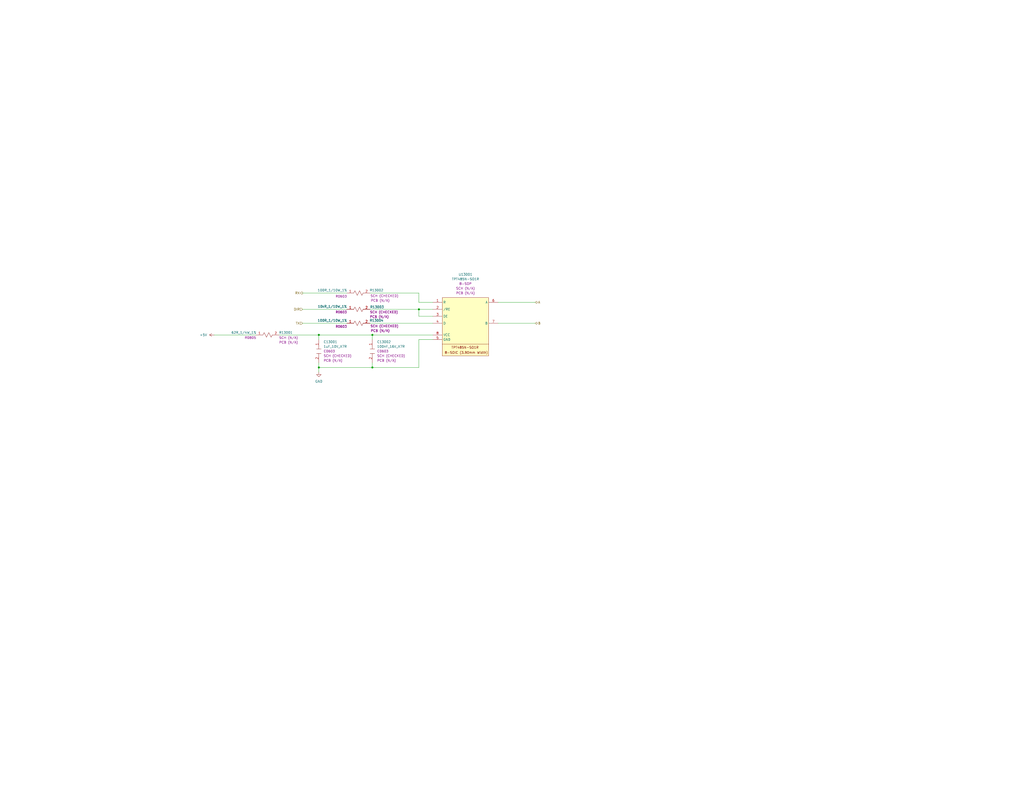
<source format=kicad_sch>
(kicad_sch (version 20231120) (generator "eeschema") (generator_version "8.0")
  (paper "C")
  (lib_symbols
    (symbol "_SCHLIB_Mini-Scoreboard:CAP_CER_100nF_16V_X7R_C0603"
      (property "Reference" "C" (at 3.302 4.318 0))
      (property "Value" "100nF_16V_X7R" (at 3.302 6.858 0))
      (property "Package" "C0603" (at 3.556 36.576 0))
      (property "SCH CHECK" "SCH (CHECKED)" (at 3.556 31.242 0))
      (property "PCB CHECK" "PCB (N/A)" (at 3.556 33.782 0))
      (symbol "CAP_CER_100nF_16V_X7R_C0603_0_0"
        (polyline (pts (xy 5.08 1.27) (xy 5.08 -1.27)))
        (polyline (pts (xy 7.62 1.27) (xy 7.62 -1.27)))
      )
      (symbol "CAP_CER_100nF_16V_X7R_C0603_1_1"
        (pin passive line (at 0 0 0) (length 5.08) (name "") (number "1"))
        (pin passive line (at 12.7 0 180) (length 5.08) (name "") (number "2"))
      )
    )
    (symbol "_SCHLIB_Mini-Scoreboard:CAP_CER_1uF_10V_X7R_C0603"
      (property "Reference" "C" (at 3.556 4.064 0))
      (property "Value" "1uF_10V_X7R" (at 3.81 6.604 0))
      (property "Package" "C0603" (at 3.81 35.306 0))
      (property "SCH CHECK" "SCH (CHECKED)" (at 3.81 29.972 0))
      (property "PCB CHECK" "PCB (N/A)" (at 3.81 32.512 0))
      (symbol "CAP_CER_1uF_10V_X7R_C0603_0_0"
        (polyline (pts (xy 5.08 1.27) (xy 5.08 -1.27)))
        (polyline (pts (xy 7.62 1.27) (xy 7.62 -1.27)))
      )
      (symbol "CAP_CER_1uF_10V_X7R_C0603_1_1"
        (pin passive line (at 0 0 0) (length 5.08) (name "") (number "1"))
        (pin passive line (at 12.7 0 180) (length 5.08) (name "") (number "2"))
      )
    )
    (symbol "_SCHLIB_Mini-Scoreboard:IC_TRANSCEIVER_TPT485N-SO1R_RS485_HALF-DUPLEX_3~5V_8-SOIC"
      (property "Reference" "U" (at 3.556 4.064 0))
      (property "Value" "TPT485N-SO1R" (at 3.81 6.604 0))
      (property "Package" "8-SOP" (at 3.81 35.306 0))
      (property "SCH CHECK" "SCH (N/A)" (at 3.81 29.972 0))
      (property "PCB CHECK" "PCB (N/A)" (at 3.81 32.512 0))
      (symbol "IC_TRANSCEIVER_TPT485N-SO1R_RS485_HALF-DUPLEX_3~5V_8-SOIC_1_1"
        (polyline (pts (xy 0 -25.4) (xy 25.4 -25.4)))
        (rectangle (start 0 0) (end 25.4 -31.75) (fill (type background)))
        (text "8-SOIC (3.90mm Width)" (at 13.208 -29.972 0) (effects (font (size 1.27 1.27))))
        (text "TPT485N-SO1R" (at 12.446 -27.178 0) (effects (font (size 1.27 1.27))))
        (pin passive line (at -5.08 -2.54 0) (length 5.08) (name "R") (number "1"))
        (pin passive line (at -5.08 -6.35 0) (length 5.08) (name "/RE") (number "2"))
        (pin passive line (at -5.08 -10.16 0) (length 5.08) (name "DE") (number "3"))
        (pin passive line (at -5.08 -13.97 0) (length 5.08) (name "D") (number "4"))
        (pin passive line (at -5.08 -22.86 0) (length 5.08) (name "GND") (number "5"))
        (pin passive line (at 30.48 -2.54 180) (length 5.08) (name "A") (number "6"))
        (pin passive line (at 30.48 -13.97 180) (length 5.08) (name "B") (number "7"))
        (pin passive line (at -5.08 -20.32 0) (length 5.08) (name "VCC") (number "8"))
      )
    )
    (symbol "_SCHLIB_Mini-Scoreboard:RES_100R_1/10W_1%_R0603"
      (property "Reference" "R" (at 3.556 4.064 0))
      (property "Value" "100R_1/10W_1%" (at 3.556 6.604 0))
      (property "Package" "R0603" (at 3.81 35.306 0))
      (property "SCH CHECK" "SCH (CHECKED)" (at 3.81 29.972 0))
      (property "PCB CHECK" "PCB (N/A)" (at 3.81 32.512 0))
      (symbol "RES_100R_1/10W_1%_R0603_0_0"
        (polyline (pts (xy 3.81 0) (xy 4.445 1.27) (xy 5.715 -1.27) (xy 6.985 1.27) (xy 8.255 -1.27) (xy 8.89 0)))
      )
      (symbol "RES_100R_1/10W_1%_R0603_1_1"
        (pin passive line (at 0 0 0) (length 3.81) (name "") (number "1"))
        (pin passive line (at 12.7 0 180) (length 3.81) (name "") (number "2"))
      )
    )
    (symbol "_SCHLIB_Mini-Scoreboard:RES_10kR_1/10W_1%_R0603"
      (property "Reference" "R" (at 3.302 4.572 0))
      (property "Value" "10kR_1/10W_1%" (at 3.302 6.858 0))
      (property "Package" "R0603" (at 3.302 31.242 0))
      (property "SCH CHECK" "SCH (CHECKED)" (at 3.302 26.67 0))
      (property "PCB CHECK" "PCB (N/A)" (at 3.302 28.956 0))
      (symbol "RES_10kR_1/10W_1%_R0603_0_0"
        (polyline (pts (xy 3.81 0) (xy 4.445 1.27) (xy 5.715 -1.27) (xy 6.985 1.27) (xy 8.255 -1.27) (xy 8.89 0)))
      )
      (symbol "RES_10kR_1/10W_1%_R0603_1_1"
        (pin passive line (at 0 0 0) (length 3.81) (name "") (number "1"))
        (pin passive line (at 12.7 0 180) (length 3.81) (name "") (number "2"))
      )
    )
    (symbol "_SCHLIB_Mini-Scoreboard:RES_62R_1/4W_1%_R0805"
      (property "Reference" "R" (at 3.556 4.064 0))
      (property "Value" "62R_1/4W_1%" (at 3.81 6.604 0))
      (property "Package" "R0805" (at 3.81 35.306 0))
      (property "SCH CHECK" "SCH (N/A)" (at 3.81 29.972 0))
      (property "PCB CHECK" "PCB (N/A)" (at 3.81 32.512 0))
      (symbol "RES_62R_1/4W_1%_R0805_0_0"
        (polyline (pts (xy 3.81 0) (xy 4.445 1.27) (xy 5.715 -1.27) (xy 6.985 1.27) (xy 8.255 -1.27) (xy 8.89 0)))
      )
      (symbol "RES_62R_1/4W_1%_R0805_1_1"
        (pin passive line (at 0 0 0) (length 3.81) (name "") (number "1"))
        (pin passive line (at 12.7 0 180) (length 3.81) (name "") (number "2"))
      )
    )
    (symbol "power:+5V" (power) (pin_numbers hide) (pin_names (offset 0) hide)
      (property "Value" "+5V" (at 0 3.556 0))
      (symbol "+5V_0_1"
        (polyline (pts (xy -0.762 1.27) (xy 0 2.54)))
        (polyline (pts (xy 0 0) (xy 0 2.54)))
        (polyline (pts (xy 0 2.54) (xy 0.762 1.27)))
      )
      (symbol "+5V_1_1"
        (pin power_in line (at 0 0 90) (length 0) (name "~") (number "1"))
      )
    )
    (symbol "power:GND" (power) (pin_numbers hide) (pin_names (offset 0) hide)
      (property "Value" "GND" (at 0 -3.81 0))
      (symbol "GND_0_1"
        (polyline (pts (xy 0 0) (xy 0 -1.27) (xy 1.27 -1.27) (xy 0 -2.54) (xy -1.27 -1.27) (xy 0 -1.27)))
      )
      (symbol "GND_1_1"
        (pin power_in line (at 0 0 270) (length 0) (name "~") (number "1"))
      )
    )
  )
  (junction (at 203.2 182.88))
  (junction (at 228.6 168.91))
  (junction (at 173.99 182.88))
  (junction (at 203.2 200.66))
  (junction (at 173.99 200.66))
  (wire (pts (xy 228.6 185.42) (xy 228.6 200.66)))
  (wire (pts (xy 173.99 182.88) (xy 203.2 182.88)))
  (wire (pts (xy 152.4 182.88) (xy 173.99 182.88)))
  (wire (pts (xy 173.99 200.66) (xy 203.2 200.66)))
  (wire (pts (xy 236.22 185.42) (xy 228.6 185.42)))
  (wire (pts (xy 236.22 168.91) (xy 228.6 168.91)))
  (wire (pts (xy 228.6 172.72) (xy 236.22 172.72)))
  (wire (pts (xy 228.6 165.1) (xy 236.22 165.1)))
  (wire (pts (xy 173.99 198.12) (xy 173.99 200.66)))
  (wire (pts (xy 116.84 182.88) (xy 139.7 182.88)))
  (wire (pts (xy 228.6 160.02) (xy 228.6 165.1)))
  (wire (pts (xy 165.1 160.02) (xy 189.23 160.02)))
  (wire (pts (xy 173.99 200.66) (xy 173.99 203.2)))
  (wire (pts (xy 228.6 200.66) (xy 203.2 200.66)))
  (wire (pts (xy 292.1 176.53) (xy 271.78 176.53)))
  (wire (pts (xy 165.1 176.53) (xy 189.23 176.53)))
  (wire (pts (xy 203.2 182.88) (xy 203.2 185.42)))
  (wire (pts (xy 292.1 165.1) (xy 271.78 165.1)))
  (wire (pts (xy 201.93 160.02) (xy 228.6 160.02)))
  (wire (pts (xy 228.6 168.91) (xy 228.6 172.72)))
  (wire (pts (xy 201.93 168.91) (xy 228.6 168.91)))
  (wire (pts (xy 236.22 182.88) (xy 203.2 182.88)))
  (wire (pts (xy 173.99 182.88) (xy 173.99 185.42)))
  (wire (pts (xy 203.2 198.12) (xy 203.2 200.66)))
  (wire (pts (xy 201.93 176.53) (xy 236.22 176.53)))
  (wire (pts (xy 165.1 168.91) (xy 189.23 168.91)))
  (hierarchical_label "A" (shape bidirectional) (at 292.1 165.1 0))
  (hierarchical_label "DIR" (shape input) (at 165.1 168.91 180))
  (hierarchical_label "TX" (shape input) (at 165.1 176.53 180))
  (hierarchical_label "B" (shape bidirectional) (at 292.1 176.53 0))
  (hierarchical_label "RX" (shape output) (at 165.1 160.02 180))
  (symbol (lib_id "_SCHLIB_Mini-Scoreboard:RES_100R_1/10W_1%_R0603") (at 189.23 176.53 0) (unit 1)
    (property "Reference" "R13004" (at 205.486 175.006 0))
    (property "Value" "100R_1/10W_1%" (at 181.356 175.006 0))
    (property "Footprint" "Resistor_SMD:R_0603_1608Metric" (effects (hide yes)))
    (property "Datasheet" "https://www.seielect.com/catalog/sei-rmcf_rmcp.pdf" (effects (hide yes)))
    (property "Description" "100 Ohms ±1% 0.1W, 1/10W Chip Resistor 0603 (1608 Metric) Automotive AEC-Q200 Thick Film" (effects (hide yes)))
    (property "Package" "R0603" (at 186.182 178.308 0))
    (property "Part Number (Manufacturer)" "RMCF0603FT100R" (effects (hide yes)))
    (property "Manufacturer" "Stackpole Electronics Inc" (effects (hide yes)))
    (property "Part Number (Vendor)" "RMCF0603FT100RTR-ND" (effects (hide yes)))
    (property "Vendor" "Digikey" (effects (hide yes)))
    (property "Purchase Link" "https://www.digikey.ca/en/products/detail/stackpole-electronics-inc/RMCF0603FT100R/1761113" (effects (hide yes)))
    (property "SCH CHECK" "SCH (CHECKED)" (at 209.804 178.054 0))
    (property "PCB CHECK" "PCB (N/A)" (at 207.518 180.594 0))
    (instances (project "_HW_Mini-Scoreboard" (path "" (reference "R13004") (unit 1)) (path "" (reference "R21304") (unit 1)) (path "" (reference "R13104") (unit 1)) (path "" (reference "R18004") (unit 1)) (path "" (reference "R16204") (unit 1))))
  )
  (symbol (lib_id "_SCHLIB_Mini-Scoreboard:CAP_CER_100nF_16V_X7R_C0603") (at 203.2 185.42 270) (unit 1)
    (property "Reference" "C13002" (at 205.74 186.6899 90) (effects (justify left)))
    (property "Value" "100nF_16V_X7R" (at 205.74 189.2299 90) (effects (justify left)))
    (property "Footprint" "Capacitor_SMD:C_0603_1608Metric" (effects (hide yes)))
    (property "Datasheet" "https://mm.digikey.com/Volume0/opasdata/d220001/medias/docus/609/CL10B104KO8NNNC_Spec.pdf" (effects (hide yes)))
    (property "Description" "0.1 µF ±10% 16V Ceramic Capacitor X7R 0603 (1608 Metric)" (effects (hide yes)))
    (property "Package" "C0603" (at 205.74 191.7699 90) (effects (justify left)))
    (property "Part Number (Manufacturer)" "CL10B104KO8NNNC" (effects (hide yes)))
    (property "Manufacturer" "Samsung Electro-Mechanics" (effects (hide yes)))
    (property "Part Number (Vendor)" "1276-1005-2-ND" (effects (hide yes)))
    (property "Vendor" "Digikey" (effects (hide yes)))
    (property "Purchase Link" "https://www.digikey.ca/en/products/detail/samsung-electro-mechanics/CL10B104KO8NNNC/3886663" (effects (hide yes)))
    (property "SCH CHECK" "SCH (CHECKED)" (at 205.74 194.3099 90) (effects (justify left)))
    (property "PCB CHECK" "PCB (N/A)" (at 205.74 196.8499 90) (effects (justify left)))
    (instances (project "_HW_Mini-Scoreboard" (path "" (reference "C13002") (unit 1)) (path "" (reference "C21302") (unit 1)) (path "" (reference "C13102") (unit 1)) (path "" (reference "C18002") (unit 1)) (path "" (reference "C16202") (unit 1))))
  )
  (symbol (lib_id "_SCHLIB_Mini-Scoreboard:RES_10kR_1/10W_1%_R0603") (at 189.23 168.91 0) (unit 1)
    (property "Reference" "R13003" (at 205.74 167.64 0))
    (property "Value" "10kR_1/10W_1%" (at 181.356 167.386 0))
    (property "Footprint" "Resistor_SMD:R_0603_1608Metric" (effects (hide yes)))
    (property "Datasheet" "https://www.seielect.com/catalog/sei-rmcf_rmcp.pdf" (effects (hide yes)))
    (property "Description" "10 kOhms ±1% 0.1W, 1/10W Chip Resistor 0603 (1608 Metric) Automotive AEC-Q200 Thick Film" (effects (hide yes)))
    (property "Package" "R0603" (at 186.182 170.434 0))
    (property "Part Number (Manufacturer)" "RMCF0603FT10K0" (effects (hide yes)))
    (property "Manufacturer" "Stackpole Electronics Inc" (effects (hide yes)))
    (property "Part Number (Vendor)" "RMCF0603FT10K0TR-ND" (effects (hide yes)))
    (property "Vendor" "Digikey" (effects (hide yes)))
    (property "Purchase Link" "https://www.digikey.ca/en/products/detail/stackpole-electronics-inc/RMCF0603FT10K0/1761235" (effects (hide yes)))
    (property "SCH CHECK" "SCH (CHECKED)" (at 209.55 170.434 0))
    (property "PCB CHECK" "PCB (N/A)" (at 207.01 172.974 0))
    (instances (project "" (path "" (reference "R13003") (unit 1)) (path "" (reference "R21303") (unit 1)) (path "" (reference "R13103") (unit 1)) (path "" (reference "R18003") (unit 1)) (path "" (reference "R16203") (unit 1))))
  )
  (symbol (lib_id "power:+5V") (at 116.84 182.88 90) (unit 1)
    (property "Reference" "#PWR013001" (effects (hide yes)))
    (property "Value" "+5V" (at 113.03 182.8799 90) (effects (justify left)))
    (property "Description" "Power symbol creates a global label with name \"+5V\"" (effects (hide yes)))
    (instances (project "_HW_Mini-Scoreboard" (path "" (reference "#PWR013001") (unit 1)) (path "" (reference "#PWR021301") (unit 1)) (path "" (reference "#PWR013101") (unit 1)) (path "" (reference "#PWR018001") (unit 1)) (path "" (reference "#PWR016201") (unit 1))))
  )
  (symbol (lib_id "_SCHLIB_Mini-Scoreboard:RES_62R_1/4W_1%_R0805") (at 139.7 182.88 0) (unit 1)
    (property "Reference" "R13001" (at 155.956 181.61 0))
    (property "Value" "62R_1/4W_1%" (at 133.096 181.61 0))
    (property "Footprint" "Resistor_SMD:R_0805_2012Metric" (effects (hide yes)))
    (property "Datasheet" "https://www.koaspeer.com/pdfs/RK73H.pdf" (effects (hide yes)))
    (property "Description" "62 Ohms ±1% 0.25W, 1/4W Chip Resistor 0805 (2012 Metric) Automotive AEC-Q200 Thick Film" (effects (hide yes)))
    (property "Package" "R0805" (at 136.652 184.404 0))
    (property "Part Number (Manufacturer)" "RK73H2ATTD62R0F" (effects (hide yes)))
    (property "Manufacturer" "KOA Speer Electronics, Inc." (effects (hide yes)))
    (property "Part Number (Vendor)" "2019-RK73H2ATTD62R0FTR-ND" (effects (hide yes)))
    (property "Vendor" "Digikey" (effects (hide yes)))
    (property "Purchase Link" "https://www.digikey.ca/en/products/detail/koa-speer-electronics-inc/RK73H2ATTD62R0F/10234567" (effects (hide yes)))
    (property "SCH CHECK" "SCH (N/A)" (at 157.48 184.404 0))
    (property "PCB CHECK" "PCB (N/A)" (at 157.48 186.944 0))
    (instances (project "" (path "" (reference "R13001") (unit 1)) (path "" (reference "R21301") (unit 1)) (path "" (reference "R13101") (unit 1)) (path "" (reference "R18001") (unit 1)) (path "" (reference "R16201") (unit 1))))
  )
  (symbol (lib_id "_SCHLIB_Mini-Scoreboard:CAP_CER_1uF_10V_X7R_C0603") (at 173.99 185.42 270) (unit 1)
    (property "Reference" "C13001" (at 176.53 186.6899 90) (effects (justify left)))
    (property "Value" "1uF_10V_X7R" (at 176.53 189.2299 90) (effects (justify left)))
    (property "Footprint" "Capacitor_SMD:C_0603_1608Metric" (effects (hide yes)))
    (property "Datasheet" "https://mm.digikey.com/Volume0/opasdata/d220001/medias/docus/3584/CL10B105KP8NNNC_Spec.pdf" (effects (hide yes)))
    (property "Description" "1 µF ±10% 10V Ceramic Capacitor X7R 0603 (1608 Metric)" (effects (hide yes)))
    (property "Package" "C0603" (at 176.53 191.7699 90) (effects (justify left)))
    (property "Part Number (Manufacturer)" "CL10B105KP8NNNC" (effects (hide yes)))
    (property "Manufacturer" "Samsung Electro-Mechanics" (effects (hide yes)))
    (property "Part Number (Vendor)" "1276-1946-2-ND" (effects (hide yes)))
    (property "Vendor" "Digikey" (effects (hide yes)))
    (property "Purchase Link" "https://www.digikey.ca/en/products/detail/samsung-electro-mechanics/CL10B105KP8NNNC/3887604" (effects (hide yes)))
    (property "SCH CHECK" "SCH (CHECKED)" (at 176.53 194.3099 90) (effects (justify left)))
    (property "PCB CHECK" "PCB (N/A)" (at 176.53 196.8499 90) (effects (justify left)))
    (instances (project "_HW_Mini-Scoreboard" (path "" (reference "C13001") (unit 1)) (path "" (reference "C21301") (unit 1)) (path "" (reference "C13101") (unit 1)) (path "" (reference "C18001") (unit 1)) (path "" (reference "C16201") (unit 1))))
  )
  (symbol (lib_id "_SCHLIB_Mini-Scoreboard:RES_100R_1/10W_1%_R0603") (at 189.23 160.02 0) (unit 1)
    (property "Reference" "R13002" (at 205.486 158.496 0))
    (property "Value" "100R_1/10W_1%" (at 181.356 158.496 0))
    (property "Footprint" "Resistor_SMD:R_0603_1608Metric" (effects (hide yes)))
    (property "Datasheet" "https://www.seielect.com/catalog/sei-rmcf_rmcp.pdf" (effects (hide yes)))
    (property "Description" "100 Ohms ±1% 0.1W, 1/10W Chip Resistor 0603 (1608 Metric) Automotive AEC-Q200 Thick Film" (effects (hide yes)))
    (property "Package" "R0603" (at 186.182 161.798 0))
    (property "Part Number (Manufacturer)" "RMCF0603FT100R" (effects (hide yes)))
    (property "Manufacturer" "Stackpole Electronics Inc" (effects (hide yes)))
    (property "Part Number (Vendor)" "RMCF0603FT100RTR-ND" (effects (hide yes)))
    (property "Vendor" "Digikey" (effects (hide yes)))
    (property "Purchase Link" "https://www.digikey.ca/en/products/detail/stackpole-electronics-inc/RMCF0603FT100R/1761113" (effects (hide yes)))
    (property "SCH CHECK" "SCH (CHECKED)" (at 209.804 161.544 0))
    (property "PCB CHECK" "PCB (N/A)" (at 207.518 164.084 0))
    (instances (project "" (path "" (reference "R13002") (unit 1)) (path "" (reference "R21302") (unit 1)) (path "" (reference "R13102") (unit 1)) (path "" (reference "R18002") (unit 1)) (path "" (reference "R16202") (unit 1))))
  )
  (symbol (lib_id "power:GND") (at 173.99 203.2 0) (unit 1)
    (property "Reference" "#PWR013002" (effects (hide yes)))
    (property "Value" "GND" (at 173.99 208.28 0))
    (property "Description" "Power symbol creates a global label with name \"GND\" , ground" (effects (hide yes)))
    (instances (project "_HW_Mini-Scoreboard" (path "" (reference "#PWR013002") (unit 1)) (path "" (reference "#PWR021302") (unit 1)) (path "" (reference "#PWR013102") (unit 1)) (path "" (reference "#PWR018002") (unit 1)) (path "" (reference "#PWR016202") (unit 1))))
  )
  (symbol (lib_id "_SCHLIB_Mini-Scoreboard:IC_TRANSCEIVER_TPT485N-SO1R_RS485_HALF-DUPLEX_3~5V_8-SOIC") (at 241.3 162.56 0) (unit 1)
    (property "Reference" "U13001" (at 254 149.86 0))
    (property "Value" "TPT485N-SO1R" (at 254 152.4 0))
    (property "Footprint" "Package_SO:SOIC-8_3.9x4.9mm_P1.27mm" (effects (hide yes)))
    (property "Datasheet" "http://file.3peakic.com.cn:8080/product/Datasheet_TPT485N.pdf" (effects (hide yes)))
    (property "Description" "1/1 Transceiver Half RS485 8-SOP" (effects (hide yes)))
    (property "Package" "8-SOP" (at 254 154.94 0))
    (property "Part Number (Manufacturer)" "TPT485N-SO1R" (effects (hide yes)))
    (property "Manufacturer" "3PEAK" (effects (hide yes)))
    (property "Part Number (Vendor)" "5503-TPT485N-SO1RTR-ND" (effects (hide yes)))
    (property "Vendor" "Digikey" (effects (hide yes)))
    (property "Purchase Link" "https://www.digikey.ca/en/products/detail/3peak/TPT485N-SO1R/22228643" (effects (hide yes)))
    (property "SCH CHECK" "SCH (N/A)" (at 254 157.48 0))
    (property "PCB CHECK" "PCB (N/A)" (at 254 160.02 0))
    (instances (project "" (path "" (reference "U13001") (unit 1)) (path "" (reference "U21301") (unit 1)) (path "" (reference "U13101") (unit 1)) (path "" (reference "U18001") (unit 1)) (path "" (reference "U16201") (unit 1))))
  )
)
</source>
